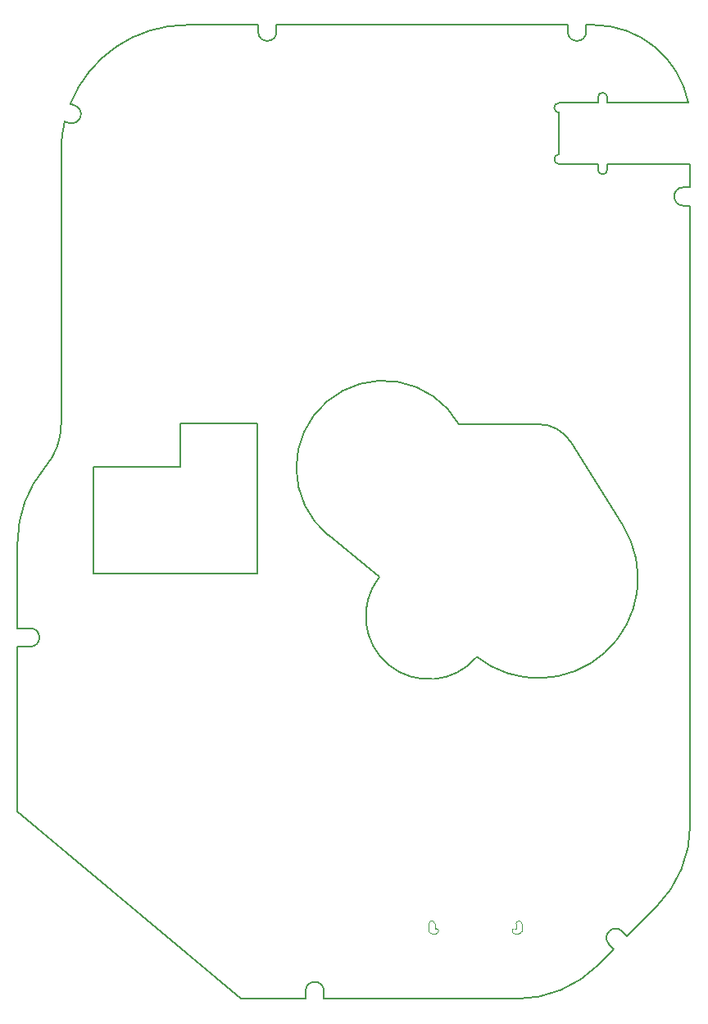
<source format=gbr>
G04 #@! TF.GenerationSoftware,KiCad,Pcbnew,5.1.6+dfsg1-1~bpo10+1*
G04 #@! TF.CreationDate,2020-12-17T18:50:31-05:00*
G04 #@! TF.ProjectId,4GRCP_Mainboard,34475243-505f-44d6-9169-6e626f617264,rev?*
G04 #@! TF.SameCoordinates,Original*
G04 #@! TF.FileFunction,Profile,NP*
%FSLAX46Y46*%
G04 Gerber Fmt 4.6, Leading zero omitted, Abs format (unit mm)*
G04 Created by KiCad (PCBNEW 5.1.6+dfsg1-1~bpo10+1) date 2020-12-17 18:50:31*
%MOMM*%
%LPD*%
G01*
G04 APERTURE LIST*
G04 #@! TA.AperFunction,Profile*
%ADD10C,0.150000*%
G04 #@! TD*
G04 #@! TA.AperFunction,Profile*
%ADD11C,0.100000*%
G04 #@! TD*
G04 APERTURE END LIST*
D10*
X120000000Y-110900000D02*
X120000000Y-99900000D01*
X137000000Y-110900000D02*
X120000000Y-110900000D01*
X165990000Y-95493207D02*
X157790000Y-95493207D01*
X165990000Y-95493207D02*
G75*
G02*
X169389999Y-97380001I0J-4006793D01*
G01*
X159651005Y-119510250D02*
G75*
G02*
X149570001Y-111280001I-4971005J4200250D01*
G01*
X169390000Y-97380000D02*
X174735337Y-105942913D01*
X174735337Y-105942913D02*
G75*
G02*
X159651004Y-119510250I-8735337J-5457087D01*
G01*
X149570000Y-111280000D02*
X144305067Y-106968800D01*
X129000000Y-95400000D02*
X137000000Y-95400000D01*
X172150000Y-62350000D02*
X172150000Y-61800000D01*
X173150000Y-61800000D02*
X173150000Y-62350000D01*
X172150000Y-61800000D02*
G75*
G02*
X173150000Y-61800000I500000J0D01*
G01*
X168150000Y-63350000D02*
G75*
G02*
X168150000Y-62350000I0J500000D01*
G01*
X168150000Y-67650000D02*
G75*
G03*
X168150000Y-68650000I0J-500000D01*
G01*
X172150000Y-69200000D02*
G75*
G03*
X173150000Y-69200000I500000J0D01*
G01*
X173150000Y-62350000D02*
X181507727Y-62348463D01*
X168150000Y-62350000D02*
X172150000Y-62350000D01*
X168150000Y-67650000D02*
X168150000Y-63350000D01*
X172150000Y-68650000D02*
X168150000Y-68650000D01*
X172150000Y-69200000D02*
X172150000Y-68650000D01*
X173150000Y-68650000D02*
X173150000Y-69200000D01*
X181700000Y-68650000D02*
X173150000Y-68650000D01*
X137000000Y-110900000D02*
X137000000Y-95400000D01*
X120000000Y-99900000D02*
X129000000Y-99900000D01*
X129000000Y-95400000D02*
X129000000Y-99900000D01*
X181700000Y-71050000D02*
X181700000Y-68650000D01*
X181000000Y-71050000D02*
X181700000Y-71050000D01*
X181000000Y-71050000D02*
G75*
G03*
X181000000Y-72950000I0J-950000D01*
G01*
X181700000Y-72950000D02*
X181000000Y-72950000D01*
X181507727Y-62348463D02*
G75*
G03*
X171700000Y-54300000I-9807727J-1951537D01*
G01*
X170950000Y-54300000D02*
X171700000Y-54300000D01*
X170950000Y-55000000D02*
X170950000Y-54300000D01*
X169050000Y-54300000D02*
X169050000Y-55000000D01*
X170950000Y-55000000D02*
G75*
G02*
X169050000Y-55000000I-950000J0D01*
G01*
X138950000Y-54300000D02*
X169050000Y-54300000D01*
X138950000Y-55000000D02*
X138950000Y-54300000D01*
X138950000Y-55000000D02*
G75*
G02*
X137050000Y-55000000I-950000J0D01*
G01*
X137050000Y-54300000D02*
X137050000Y-55000000D01*
X129700000Y-54300000D02*
X137050000Y-54300000D01*
X129700000Y-54299821D02*
G75*
G03*
X117638000Y-62451000I0J-13000179D01*
G01*
X118089000Y-62595000D02*
X117638000Y-62451000D01*
X118089000Y-62595000D02*
G75*
G02*
X117511000Y-64405000I-289000J-905000D01*
G01*
X117060000Y-64261000D02*
X117511000Y-64405000D01*
X117060192Y-64261046D02*
G75*
G03*
X116700000Y-67300000I12639808J-3038954D01*
G01*
X116700000Y-95483000D02*
X116700000Y-67300000D01*
X116700133Y-95483000D02*
G75*
G02*
X115072000Y-99898000I-6800133J0D01*
G01*
X115072142Y-99898121D02*
G75*
G03*
X112200000Y-107688000I9127858J-7789879D01*
G01*
X112200000Y-116550000D02*
X112200000Y-107688000D01*
X113500000Y-116550000D02*
X112200000Y-116550000D01*
X113500000Y-116550000D02*
G75*
G02*
X113500000Y-118450000I0J-950000D01*
G01*
X112200000Y-118450000D02*
X113500000Y-118450000D01*
X112200000Y-135471000D02*
X112200000Y-118450000D01*
X135235000Y-154800000D02*
X112200000Y-135471000D01*
X141950000Y-154800000D02*
X135235000Y-154800000D01*
X141950000Y-154000000D02*
X141950000Y-154800000D01*
X141950000Y-154000000D02*
G75*
G02*
X143850000Y-154000000I950000J0D01*
G01*
X143850000Y-154800000D02*
X143850000Y-154000000D01*
X163729707Y-154800309D02*
X143850000Y-154800000D01*
X163729707Y-154800309D02*
G75*
G03*
X172215000Y-151285000I-707J12000309D01*
G01*
X173828000Y-149672000D02*
X172215000Y-151285000D01*
X173328000Y-149172000D02*
X173828000Y-149672000D01*
X173328000Y-149172000D02*
G75*
G02*
X174672000Y-147828000I672000J672000D01*
G01*
X175172000Y-148328000D02*
X174672000Y-147828000D01*
X144305108Y-106968751D02*
G75*
G02*
X157790000Y-95493207I5694892J6968751D01*
G01*
X178184781Y-145314781D02*
G75*
G03*
X181700000Y-136829000I-8484781J8485781D01*
G01*
X178185000Y-145315000D02*
X175172000Y-148328000D01*
X181700000Y-72950000D02*
X181700000Y-136829000D01*
D11*
X163550000Y-147555000D02*
X163700000Y-147555000D01*
X163700000Y-147555000D02*
X163700000Y-147055000D01*
X164300000Y-147055000D02*
X164300000Y-147805000D01*
X164000000Y-148055000D02*
X163550000Y-148055000D01*
X154700000Y-147805000D02*
X154700000Y-147055000D01*
X155300000Y-147055000D02*
X155300000Y-147555000D01*
X155300000Y-147555000D02*
X155450000Y-147555000D01*
X155450000Y-148055000D02*
X155000000Y-148055000D01*
X155000000Y-148055000D02*
G75*
G02*
X154700000Y-147805000I-25000J275000D01*
G01*
X155450000Y-147555000D02*
G75*
G02*
X155450000Y-148055000I0J-250000D01*
G01*
X154700000Y-147055000D02*
G75*
G02*
X155300000Y-147055000I300000J0D01*
G01*
X163550000Y-148055000D02*
G75*
G02*
X163550000Y-147555000I0J250000D01*
G01*
X164300000Y-147805000D02*
G75*
G02*
X164000000Y-148055000I-275000J25000D01*
G01*
X163700000Y-147055000D02*
G75*
G02*
X164300000Y-147055000I300000J0D01*
G01*
M02*

</source>
